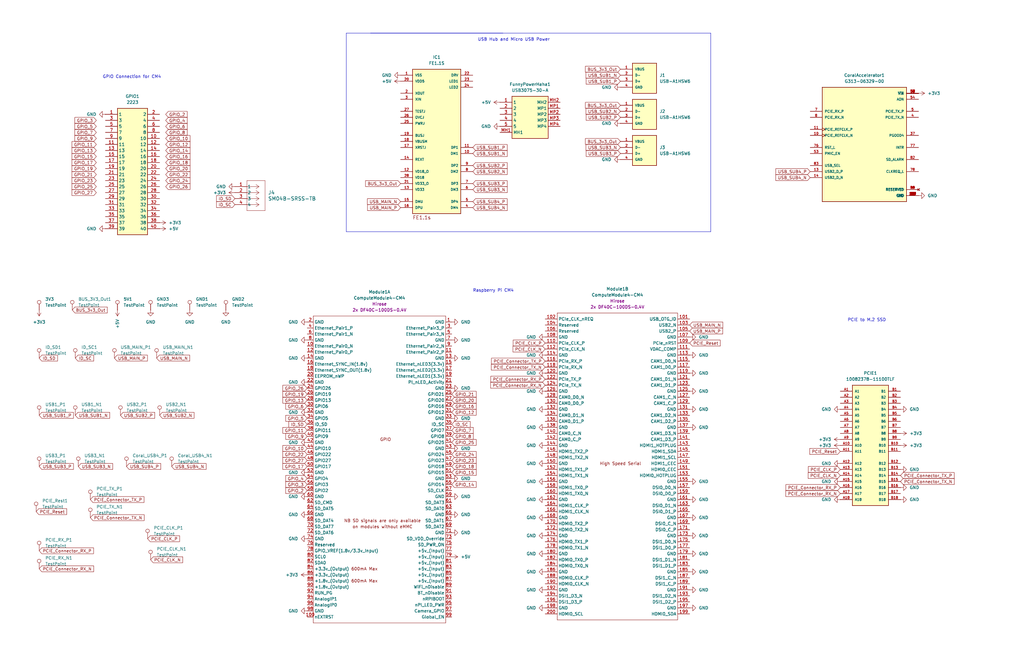
<source format=kicad_sch>
(kicad_sch (version 20231120) (generator "eeschema") (generator_version "8.0")
  (paper "B")
  (polyline (pts (xy 156.21 13.97) (xy 299.72 13.97)))
  (polyline (pts (xy 299.72 97.79) (xy 146.05 97.79)))
  (polyline (pts (xy 146.05 13.97) (xy 212.09 13.97)))
  (polyline (pts (xy 299.72 13.97) (xy 299.72 97.79)))
  (polyline (pts (xy 146.05 97.79) (xy 146.05 13.97)))
  (text "USB Hub and Micro USB Power" (at 216.662 16.764 0) (effects (font (size 1.27 1.27))))
  (text "PCIE to M.2 SSD" (at 365.506 135.128 0) (effects (font (size 1.27 1.27))))
  (text "GPIO Connection for CM4\n" (at 55.626 32.512 0) (effects (font (size 1.27 1.27))))
  (text "Raspberry Pi CM4" (at 208.026 122.682 0) (effects (font (size 1.27 1.27))))
  (global_label "GPIO_11" (shape input) (at 40.64 60.96 180) (property "Intersheetrefs" "${INTERSHEET_REFS}" (effects (hide yes))))
  (global_label "GPIO_20" (shape input) (at 69.85 71.12 0) (property "Intersheetrefs" "${INTERSHEET_REFS}" (effects (hide yes))))
  (global_label "GPIO_7" (shape input) (at 190.5 181.61 0) (property "Intersheetrefs" "${INTERSHEET_REFS}" (effects (hide yes))))
  (global_label "GPIO_5" (shape input) (at 129.54 176.53 180) (property "Intersheetrefs" "${INTERSHEET_REFS}" (effects (hide yes))))
  (global_label "USB_SUB4_P" (shape input) (at 341.63 72.39 180) (property "Intersheetrefs" "${INTERSHEET_REFS}" (effects (hide yes))))
  (global_label "ID_SD" (shape input) (at 99.06 83.82 180) (property "Intersheetrefs" "${INTERSHEET_REFS}" (effects (hide yes))))
  (global_label "GPIO_11" (shape input) (at 129.54 181.61 180) (property "Intersheetrefs" "${INTERSHEET_REFS}" (effects (hide yes))))
  (global_label "USB_MAIN_P" (shape input) (at 168.91 87.63 180) (property "Intersheetrefs" "${INTERSHEET_REFS}" (effects (hide yes))))
  (global_label "USB_SUB2_P" (shape input) (at 261.62 49.53 180) (property "Intersheetrefs" "${INTERSHEET_REFS}" (effects (hide yes))))
  (global_label "GPIO_2" (shape input) (at 129.54 207.01 180) (property "Intersheetrefs" "${INTERSHEET_REFS}" (effects (hide yes))))
  (global_label "GPIO_23" (shape input) (at 190.5 194.31 0) (property "Intersheetrefs" "${INTERSHEET_REFS}" (effects (hide yes))))
  (global_label "GPIO_7" (shape input) (at 40.64 55.88 180) (property "Intersheetrefs" "${INTERSHEET_REFS}" (effects (hide yes))))
  (global_label "GPIO_15" (shape input) (at 40.64 66.04 180) (property "Intersheetrefs" "${INTERSHEET_REFS}" (effects (hide yes))))
  (global_label "GPIO_8" (shape input) (at 190.5 184.15 0) (property "Intersheetrefs" "${INTERSHEET_REFS}" (effects (hide yes))))
  (global_label "USB_SUB1_P" (shape input) (at 199.39 62.23 0) (property "Intersheetrefs" "${INTERSHEET_REFS}" (effects (hide yes))))
  (global_label "BUS_3v3_Out" (shape input) (at 30.48 130.81 0) (property "Intersheetrefs" "${INTERSHEET_REFS}" (effects (hide yes))))
  (global_label "GPIO_26" (shape input) (at 129.54 163.83 180) (property "Intersheetrefs" "${INTERSHEET_REFS}" (effects (hide yes))))
  (global_label "GPIO_12" (shape input) (at 190.5 173.99 0) (property "Intersheetrefs" "${INTERSHEET_REFS}" (effects (hide yes))))
  (global_label "USB_SUB4_P" (shape input) (at 53.34 196.85 0) (property "Intersheetrefs" "${INTERSHEET_REFS}" (effects (hide yes))))
  (global_label "GPIO_25" (shape input) (at 40.64 78.74 180) (property "Intersheetrefs" "${INTERSHEET_REFS}" (effects (hide yes))))
  (global_label "PCIE_Connector_TX_N" (shape input) (at 379.73 203.2 0) (property "Intersheetrefs" "${INTERSHEET_REFS}" (effects (hide yes))))
  (global_label "GPIO_24" (shape input) (at 190.5 191.77 0) (property "Intersheetrefs" "${INTERSHEET_REFS}" (effects (hide yes))))
  (global_label "GPIO_17" (shape input) (at 40.64 68.58 180) (property "Intersheetrefs" "${INTERSHEET_REFS}" (effects (hide yes))))
  (global_label "GPIO_14" (shape input) (at 69.85 63.5 0) (property "Intersheetrefs" "${INTERSHEET_REFS}" (effects (hide yes))))
  (global_label "GPIO_16" (shape input) (at 190.5 171.45 0) (property "Intersheetrefs" "${INTERSHEET_REFS}" (effects (hide yes))))
  (global_label "USB_SUB3_N" (shape input) (at 199.39 80.01 0) (property "Intersheetrefs" "${INTERSHEET_REFS}" (effects (hide yes))))
  (global_label "PCIE_Connector_RX_P" (shape input) (at 229.87 160.02 180) (property "Intersheetrefs" "${INTERSHEET_REFS}" (effects (hide yes))))
  (global_label "USB_SUB2_N" (shape input) (at 67.31 175.26 0) (property "Intersheetrefs" "${INTERSHEET_REFS}" (effects (hide yes))))
  (global_label "BUS_3v3_Out" (shape input) (at 261.62 44.45 180) (property "Intersheetrefs" "${INTERSHEET_REFS}" (effects (hide yes))))
  (global_label "GPIO_12" (shape input) (at 69.85 60.96 0) (property "Intersheetrefs" "${INTERSHEET_REFS}" (effects (hide yes))))
  (global_label "USB_SUB2_N" (shape input) (at 261.62 46.99 180) (property "Intersheetrefs" "${INTERSHEET_REFS}" (effects (hide yes))))
  (global_label "ID_SC" (shape input) (at 31.75 151.13 0) (property "Intersheetrefs" "${INTERSHEET_REFS}" (effects (hide yes))))
  (global_label "GPIO_13" (shape input) (at 129.54 168.91 180) (property "Intersheetrefs" "${INTERSHEET_REFS}" (effects (hide yes))))
  (global_label "USB_MAIN_P" (shape input) (at 290.83 139.7 0) (property "Intersheetrefs" "${INTERSHEET_REFS}" (effects (hide yes))))
  (global_label "PCIE_Connector_RX_P" (shape input) (at 16.51 232.41 0) (property "Intersheetrefs" "${INTERSHEET_REFS}" (effects (hide yes))))
  (global_label "USB_MAIN_N" (shape input) (at 290.83 137.16 0) (property "Intersheetrefs" "${INTERSHEET_REFS}" (effects (hide yes))))
  (global_label "USB_SUB3_P" (shape input) (at 261.62 64.77 180) (property "Intersheetrefs" "${INTERSHEET_REFS}" (effects (hide yes))))
  (global_label "USB_SUB3_N" (shape input) (at 33.02 196.85 0) (property "Intersheetrefs" "${INTERSHEET_REFS}" (effects (hide yes))))
  (global_label "USB_SUB3_P" (shape input) (at 16.51 196.85 0) (property "Intersheetrefs" "${INTERSHEET_REFS}" (effects (hide yes))))
  (global_label "PCIE_Connector_RX_N" (shape input) (at 16.51 240.03 0) (property "Intersheetrefs" "${INTERSHEET_REFS}" (effects (hide yes))))
  (global_label "GPIO_4" (shape input) (at 69.85 50.8 0) (property "Intersheetrefs" "${INTERSHEET_REFS}" (effects (hide yes))))
  (global_label "GPIO_4" (shape input) (at 129.54 201.93 180) (property "Intersheetrefs" "${INTERSHEET_REFS}" (effects (hide yes))))
  (global_label "GPIO_3" (shape input) (at 40.64 50.8 180) (property "Intersheetrefs" "${INTERSHEET_REFS}" (effects (hide yes))))
  (global_label "USB_SUB4_N" (shape input) (at 199.39 87.63 0) (property "Intersheetrefs" "${INTERSHEET_REFS}" (effects (hide yes))))
  (global_label "ID_SC" (shape input) (at 190.5 179.07 0) (property "Intersheetrefs" "${INTERSHEET_REFS}" (effects (hide yes))))
  (global_label "PCIE_Connector_TX_P" (shape input) (at 38.1 210.82 0) (property "Intersheetrefs" "${INTERSHEET_REFS}" (effects (hide yes))))
  (global_label "USB_SUB1_P" (shape input) (at 16.51 175.26 0) (property "Intersheetrefs" "${INTERSHEET_REFS}" (effects (hide yes))))
  (global_label "PCIE_CLK_N" (shape input) (at 229.87 147.32 180) (property "Intersheetrefs" "${INTERSHEET_REFS}" (effects (hide yes))))
  (global_label "GPIO_25" (shape input) (at 190.5 186.69 0) (property "Intersheetrefs" "${INTERSHEET_REFS}" (effects (hide yes))))
  (global_label "GPIO_18" (shape input) (at 69.85 68.58 0) (property "Intersheetrefs" "${INTERSHEET_REFS}" (effects (hide yes))))
  (global_label "PCIE_Connector_TX_N" (shape input) (at 229.87 154.94 180) (property "Intersheetrefs" "${INTERSHEET_REFS}" (effects (hide yes))))
  (global_label "USB_SUB4_N" (shape input) (at 341.63 74.93 180) (property "Intersheetrefs" "${INTERSHEET_REFS}" (effects (hide yes))))
  (global_label "GPIO_26" (shape input) (at 69.85 78.74 0) (property "Intersheetrefs" "${INTERSHEET_REFS}" (effects (hide yes))))
  (global_label "GPIO_5" (shape input) (at 40.64 53.34 180) (property "Intersheetrefs" "${INTERSHEET_REFS}" (effects (hide yes))))
  (global_label "GPIO_15" (shape input) (at 190.5 199.39 0) (property "Intersheetrefs" "${INTERSHEET_REFS}" (effects (hide yes))))
  (global_label "GPIO_24" (shape input) (at 69.85 76.2 0) (property "Intersheetrefs" "${INTERSHEET_REFS}" (effects (hide yes))))
  (global_label "USB_SUB1_N" (shape input) (at 199.39 64.77 0) (property "Intersheetrefs" "${INTERSHEET_REFS}" (effects (hide yes))))
  (global_label "GPIO_10" (shape input) (at 129.54 189.23 180) (property "Intersheetrefs" "${INTERSHEET_REFS}" (effects (hide yes))))
  (global_label "PCIE_Connector_TX_P" (shape input) (at 379.73 200.66 0) (property "Intersheetrefs" "${INTERSHEET_REFS}" (effects (hide yes))))
  (global_label "PCIE_Connector_RX_N" (shape input) (at 229.87 162.56 180) (property "Intersheetrefs" "${INTERSHEET_REFS}" (effects (hide yes))))
  (global_label "GPIO_22" (shape input) (at 129.54 191.77 180) (property "Intersheetrefs" "${INTERSHEET_REFS}" (effects (hide yes))))
  (global_label "USB_MAIN_P" (shape input) (at 48.26 151.13 0) (property "Intersheetrefs" "${INTERSHEET_REFS}" (effects (hide yes))))
  (global_label "GPIO_23" (shape input) (at 40.64 76.2 180) (property "Intersheetrefs" "${INTERSHEET_REFS}" (effects (hide yes))))
  (global_label "USB_MAIN_N" (shape input) (at 66.04 151.13 0) (property "Intersheetrefs" "${INTERSHEET_REFS}" (effects (hide yes))))
  (global_label "GPIO_19" (shape input) (at 129.54 166.37 180) (property "Intersheetrefs" "${INTERSHEET_REFS}" (effects (hide yes))))
  (global_label "PCIE_CLK_P" (shape input) (at 62.23 227.33 0) (property "Intersheetrefs" "${INTERSHEET_REFS}" (effects (hide yes))))
  (global_label "BUS_3v3_Out" (shape input) (at 168.91 77.47 180) (property "Intersheetrefs" "${INTERSHEET_REFS}" (effects (hide yes))))
  (global_label "GPIO_20" (shape input) (at 190.5 168.91 0) (property "Intersheetrefs" "${INTERSHEET_REFS}" (effects (hide yes))))
  (global_label "USB_SUB3_N" (shape input) (at 261.62 62.23 180) (property "Intersheetrefs" "${INTERSHEET_REFS}" (effects (hide yes))))
  (global_label "PCIE_Reset" (shape input) (at 15.24 215.9 0) (property "Intersheetrefs" "${INTERSHEET_REFS}" (effects (hide yes))))
  (global_label "GPIO_3" (shape input) (at 129.54 204.47 180) (property "Intersheetrefs" "${INTERSHEET_REFS}" (effects (hide yes))))
  (global_label "GPIO_9" (shape input) (at 129.54 184.15 180) (property "Intersheetrefs" "${INTERSHEET_REFS}" (effects (hide yes))))
  (global_label "GPIO_14" (shape input) (at 190.5 204.47 0) (property "Intersheetrefs" "${INTERSHEET_REFS}" (effects (hide yes))))
  (global_label "USB_SUB3_P" (shape input) (at 199.39 77.47 0) (property "Intersheetrefs" "${INTERSHEET_REFS}" (effects (hide yes))))
  (global_label "USB_SUB1_N" (shape input) (at 31.75 175.26 0) (property "Intersheetrefs" "${INTERSHEET_REFS}" (effects (hide yes))))
  (global_label "PCIE_CLK_N" (shape input) (at 63.5 236.22 0) (property "Intersheetrefs" "${INTERSHEET_REFS}" (effects (hide yes))))
  (global_label "BUS_3v3_Out" (shape input) (at 261.62 29.21 180) (property "Intersheetrefs" "${INTERSHEET_REFS}" (effects (hide yes))))
  (global_label "GPIO_27" (shape input) (at 129.54 194.31 180) (property "Intersheetrefs" "${INTERSHEET_REFS}" (effects (hide yes))))
  (global_label "GPIO_21" (shape input) (at 40.64 73.66 180) (property "Intersheetrefs" "${INTERSHEET_REFS}" (effects (hide yes))))
  (global_label "USB_SUB4_P" (shape input) (at 199.39 85.09 0) (property "Intersheetrefs" "${INTERSHEET_REFS}" (effects (hide yes))))
  (global_label "USB_SUB4_N" (shape input) (at 72.39 196.85 0) (property "Intersheetrefs" "${INTERSHEET_REFS}" (effects (hide yes))))
  (global_label "USB_SUB1_N" (shape input) (at 261.62 31.75 180) (property "Intersheetrefs" "${INTERSHEET_REFS}" (effects (hide yes))))
  (global_label "PCIE_Connector_TX_P" (shape input) (at 229.87 152.4 180) (property "Intersheetrefs" "${INTERSHEET_REFS}" (effects (hide yes))))
  (global_label "GPIO_21" (shape input) (at 190.5 166.37 0) (property "Intersheetrefs" "${INTERSHEET_REFS}" (effects (hide yes))))
  (global_label "GPIO_2" (shape input) (at 69.85 48.26 0) (property "Intersheetrefs" "${INTERSHEET_REFS}" (effects (hide yes))))
  (global_label "GPIO_17" (shape input) (at 129.54 196.85 180) (property "Intersheetrefs" "${INTERSHEET_REFS}" (effects (hide yes))))
  (global_label "GPIO_6" (shape input) (at 69.85 53.34 0) (property "Intersheetrefs" "${INTERSHEET_REFS}" (effects (hide yes))))
  (global_label "USB_MAIN_N" (shape input) (at 168.91 85.09 180) (property "Intersheetrefs" "${INTERSHEET_REFS}" (effects (hide yes))))
  (global_label "USB_SUB1_P" (shape input) (at 261.62 34.29 180) (property "Intersheetrefs" "${INTERSHEET_REFS}" (effects (hide yes))))
  (global_label "GPIO_13" (shape input) (at 40.64 63.5 180) (property "Intersheetrefs" "${INTERSHEET_REFS}" (effects (hide yes))))
  (global_label "USB_SUB2_P" (shape input) (at 50.8 175.26 0) (property "Intersheetrefs" "${INTERSHEET_REFS}" (effects (hide yes))))
  (global_label "ID_SD" (shape input) (at 16.51 151.13 0) (property "Intersheetrefs" "${INTERSHEET_REFS}" (effects (hide yes))))
  (global_label "PCIE_CLK_N" (shape input) (at 354.33 200.66 180) (property "Intersheetrefs" "${INTERSHEET_REFS}" (effects (hide yes))))
  (global_label "PCIE_Connector_RX_P" (shape input) (at 354.33 205.74 180) (property "Intersheetrefs" "${INTERSHEET_REFS}" (effects (hide yes))))
  (global_label "BUS_3v3_Out" (shape input) (at 261.62 59.69 180) (property "Intersheetrefs" "${INTERSHEET_REFS}" (effects (hide yes))))
  (global_label "GPIO_27" (shape input) (at 40.64 81.28 180) (property "Intersheetrefs" "${INTERSHEET_REFS}" (effects (hide yes))))
  (global_label "GPIO_18" (shape input) (at 190.5 196.85 0) (property "Intersheetrefs" "${INTERSHEET_REFS}" (effects (hide yes))))
  (global_label "PCIE_CLK_P" (shape input) (at 354.33 198.12 180) (property "Intersheetrefs" "${INTERSHEET_REFS}" (effects (hide yes))))
  (global_label "GPIO_22" (shape input) (at 69.85 73.66 0) (property "Intersheetrefs" "${INTERSHEET_REFS}" (effects (hide yes))))
  (global_label "USB_SUB2_N" (shape input) (at 199.39 72.39 0) (property "Intersheetrefs" "${INTERSHEET_REFS}" (effects (hide yes))))
  (global_label "GPIO_19" (shape input) (at 40.64 71.12 180) (property "Intersheetrefs" "${INTERSHEET_REFS}" (effects (hide yes))))
  (global_label "GPIO_9" (shape input) (at 40.64 58.42 180) (property "Intersheetrefs" "${INTERSHEET_REFS}" (effects (hide yes))))
  (global_label "GPIO_16" (shape input) (at 69.85 66.04 0) (property "Intersheetrefs" "${INTERSHEET_REFS}" (effects (hide yes))))
  (global_label "GPIO_6" (shape input) (at 129.54 171.45 180) (property "Intersheetrefs" "${INTERSHEET_REFS}" (effects (hide yes))))
  (global_label "USB_SUB2_P" (shape input) (at 199.39 69.85 0) (property "Intersheetrefs" "${INTERSHEET_REFS}" (effects (hide yes))))
  (global_label "PCIE_CLK_P" (shape input) (at 229.87 144.78 180) (property "Intersheetrefs" "${INTERSHEET_REFS}" (effects (hide yes))))
  (global_label "PCIE_Reset" (shape input) (at 290.83 144.78 0) (property "Intersheetrefs" "${INTERSHEET_REFS}" (effects (hide yes))))
  (global_label "PCIE_Connector_TX_N" (shape input) (at 38.1 218.44 0) (property "Intersheetrefs" "${INTERSHEET_REFS}" (effects (hide yes))))
  (global_label "ID_SD" (shape input) (at 129.54 179.07 180) (property "Intersheetrefs" "${INTERSHEET_REFS}" (effects (hide yes))))
  (global_label "GPIO_10" (shape input) (at 69.85 58.42 0) (property "Intersheetrefs" "${INTERSHEET_REFS}" (effects (hide yes))))
  (global_label "GPIO_8" (shape input) (at 69.85 55.88 0) (property "Intersheetrefs" "${INTERSHEET_REFS}" (effects (hide yes))))
  (global_label "PCIE_Reset" (shape input) (at 354.33 190.5 180) (property "Intersheetrefs" "${INTERSHEET_REFS}" (effects (hide yes))))
  (global_label "ID_SC" (shape input) (at 99.06 86.36 180) (property "Intersheetrefs" "${INTERSHEET_REFS}" (effects (hide yes))))
  (global_label "PCIE_Connector_RX_N" (shape input) (at 354.33 208.28 180) (property "Intersheetrefs" "${INTERSHEET_REFS}" (effects (hide yes))))
  (symbol (lib_id "power:GND") (at 261.62 36.83 270) (unit 1)
    (property "Reference" "#PWR02" (effects (hide yes)))
    (property "Value" "GND" (at 257.81 36.8299 90) (effects (justify right)))
    (property "Description" "Power symbol creates a global label with name \"GND\" , ground" (effects (hide yes)))
  )
  (symbol (lib_id "Connector:TestPoint") (at 16.51 196.85 0) (unit 1)
    (property "Reference" "USB3_P1" (at 19.05 192.2779 0) (effects (justify left)))
    (property "Value" "TestPoint" (at 19.05 194.8179 0) (effects (justify left)))
    (property "Footprint" "TestPoint:TestPoint_Loop_D1.80mm_Drill1.0mm_Beaded" (effects (hide yes)))
    (property "Description" "test point" (effects (hide yes)))
  )
  (symbol (lib_id "power:GND") (at 229.87 226.06 270) (unit 1)
    (property "Reference" "#PWR019" (effects (hide yes)))
    (property "Value" "GND" (at 226.06 226.0599 90) (effects (justify right)))
    (property "Description" "Power symbol creates a global label with name \"GND\" , ground" (effects (hide yes)))
  )
  (symbol (lib_id "power:GND") (at 99.06 78.74 270) (unit 1)
    (property "Reference" "#PWR074" (effects (hide yes)))
    (property "Value" "GND" (at 95.25 78.7399 90) (effects (justify right)))
    (property "Description" "Power symbol creates a global label with name \"GND\" , ground" (effects (hide yes)))
  )
  (symbol (lib_id "power:+5V") (at 49.53 130.81 180) (unit 1)
    (property "Reference" "#PWR077" (effects (hide yes)))
    (property "Value" "+5V" (at 49.5299 134.62 90) (effects (justify left)))
    (property "Description" "Power symbol creates a global label with name \"+5V\"" (effects (hide yes)))
  )
  (symbol (lib_id "power:GND") (at 229.87 241.3 270) (unit 1)
    (property "Reference" "#PWR017" (effects (hide yes)))
    (property "Value" "GND" (at 226.06 241.2999 90) (effects (justify right)))
    (property "Description" "Power symbol creates a global label with name \"GND\" , ground" (effects (hide yes)))
  )
  (symbol (lib_id "power:GND") (at 229.87 248.92 270) (unit 1)
    (property "Reference" "#PWR016" (effects (hide yes)))
    (property "Value" "GND" (at 226.06 248.9199 90) (effects (justify right)))
    (property "Description" "Power symbol creates a global label with name \"GND\" , ground" (effects (hide yes)))
  )
  (symbol (lib_id "power:GND") (at 229.87 187.96 270) (unit 1)
    (property "Reference" "#PWR024" (effects (hide yes)))
    (property "Value" "GND" (at 226.06 187.9599 90) (effects (justify right)))
    (property "Description" "Power symbol creates a global label with name \"GND\" , ground" (effects (hide yes)))
  )
  (symbol (lib_id "power:GND") (at 354.33 203.2 270) (unit 1)
    (property "Reference" "#PWR064" (effects (hide yes)))
    (property "Value" "GND" (at 350.52 203.1999 90) (effects (justify right)))
    (property "Description" "Power symbol creates a global label with name \"GND\" , ground" (effects (hide yes)))
  )
  (symbol (lib_id "Connector:TestPoint") (at 16.51 130.81 0) (unit 1)
    (property "Reference" "3V3" (at 19.05 126.2379 0) (effects (justify left)))
    (property "Value" "TestPoint" (at 19.05 128.7779 0) (effects (justify left)))
    (property "Footprint" "TestPoint:TestPoint_Loop_D1.80mm_Drill1.0mm_Beaded" (effects (hide yes)))
    (property "Description" "test point" (effects (hide yes)))
  )
  (symbol (lib_id "power:GND") (at 129.54 209.55 270) (unit 1)
    (property "Reference" "#PWR044" (effects (hide yes)))
    (property "Value" "GND" (at 125.73 209.5499 90) (effects (justify right)))
    (property "Description" "Power symbol creates a global label with name \"GND\" , ground" (effects (hide yes)))
  )
  (symbol (lib_id "SeniorDesign_GPIO_Stacking_Header:2223") (at 44.45 48.26 0) (unit 1)
    (property "Reference" "GPIO1" (at 55.88 40.64 0))
    (property "Value" "2223" (at 55.88 43.18 0))
    (property "Footprint" "SeniorDesign_GPIO_Stacking_Header_F:RHDR40W64P254X254_2X20_5105X500X865P" (effects (hide yes)))
    (property "Datasheet" "https://cdn-shop.adafruit.com/product-files/2223/18507.pdf" (effects (hide yes)))
    (property "Description" "ADAFRUIT - 2223 - 40-Pin Pi GPIO Stacking Header - Extra Long Legs" (effects (hide yes)))
    (property "Height" "8.65" (effects (hide yes)))
    (property "Manufacturer_Name" "Adafruit" (effects (hide yes)))
    (property "Manufacturer_Part_Number" "2223" (effects (hide yes)))
    (property "Arrow Part Number" "2223" (effects (hide yes)))
    (property "Arrow Price/Stock" "https://www.arrow.com/en/products/2223/adafruit-industries?region=nac" (effects (hide yes)))
  )
  (symbol (lib_id "Connector:TestPoint") (at 38.1 210.82 0) (unit 1)
    (property "Reference" "PCIE_TX_P1" (at 40.64 206.2479 0) (effects (justify left)))
    (property "Value" "TestPoint" (at 40.64 208.7879 0) (effects (justify left)))
    (property "Footprint" "TestPoint:TestPoint_Loop_D1.80mm_Drill1.0mm_Beaded" (effects (hide yes)))
    (property "Description" "test point" (effects (hide yes)))
  )
  (symbol (lib_id "power:GND") (at 379.73 210.82 90) (unit 1)
    (property "Reference" "#PWR066" (effects (hide yes)))
    (property "Value" "GND" (at 383.54 210.8199 90) (effects (justify right)))
    (property "Description" "Power symbol creates a global label with name \"GND\" , ground" (effects (hide yes)))
  )
  (symbol (lib_id "power:GND") (at 379.73 205.74 90) (unit 1)
    (property "Reference" "#PWR065" (effects (hide yes)))
    (property "Value" "GND" (at 383.54 205.7399 90) (effects (justify right)))
    (property "Description" "Power symbol creates a global label with name \"GND\" , ground" (effects (hide yes)))
  )
  (symbol (lib_id "Connector:TestPoint") (at 16.51 232.41 0) (unit 1)
    (property "Reference" "PCIE_RX_P1" (at 19.05 227.8379 0) (effects (justify left)))
    (property "Value" "TestPoint" (at 19.05 230.3779 0) (effects (justify left)))
    (property "Footprint" "TestPoint:TestPoint_Loop_D1.80mm_Drill1.0mm_Beaded" (effects (hide yes)))
    (property "Description" "test point" (effects (hide yes)))
  )
  (symbol (lib_id "power:+3V3") (at 387.35 39.37 270) (unit 1)
    (property "Reference" "#PWR073" (effects (hide yes)))
    (property "Value" "+3V3" (at 391.16 39.3699 90) (effects (justify left)))
    (property "Description" "Power symbol creates a global label with name \"+3V3\"" (effects (hide yes)))
  )
  (symbol (lib_id "power:GND") (at 129.54 217.17 270) (unit 1)
    (property "Reference" "#PWR043" (effects (hide yes)))
    (property "Value" "GND" (at 125.73 217.1699 90) (effects (justify right)))
    (property "Description" "Power symbol creates a global label with name \"GND\" , ground" (effects (hide yes)))
  )
  (symbol (lib_id "power:GND") (at 387.35 82.55 90) (unit 1)
    (property "Reference" "#PWR056" (effects (hide yes)))
    (property "Value" "GND" (at 391.16 82.5499 90) (effects (justify right)))
    (property "Description" "Power symbol creates a global label with name \"GND\" , ground" (effects (hide yes)))
  )
  (symbol (lib_id "Connector:TestPoint") (at 95.25 130.81 0) (unit 1)
    (property "Reference" "GND2" (at 97.79 126.2379 0) (effects (justify left)))
    (property "Value" "TestPoint" (at 97.79 128.7779 0) (effects (justify left)))
    (property "Footprint" "TestPoint:TestPoint_Loop_D1.80mm_Drill1.0mm_Beaded" (effects (hide yes)))
    (property "Description" "test point" (effects (hide yes)))
  )
  (symbol (lib_id "power:GND") (at 290.83 142.24 90) (unit 1)
    (property "Reference" "#PWR01" (effects (hide yes)))
    (property "Value" "GND" (at 294.64 142.2399 90) (effects (justify right)))
    (property "Description" "Power symbol creates a global label with name \"GND\" , ground" (effects (hide yes)))
  )
  (symbol (lib_id "power:GND") (at 290.83 256.54 90) (unit 1)
    (property "Reference" "#PWR014" (effects (hide yes)))
    (property "Value" "GND" (at 294.64 256.5399 90) (effects (justify right)))
    (property "Description" "Power symbol creates a global label with name \"GND\" , ground" (effects (hide yes)))
  )
  (symbol (lib_id "power:GND") (at 229.87 180.34 270) (unit 1)
    (property "Reference" "#PWR025" (effects (hide yes)))
    (property "Value" "GND" (at 226.06 180.3399 90) (effects (justify right)))
    (property "Description" "Power symbol creates a global label with name \"GND\" , ground" (effects (hide yes)))
  )
  (symbol (lib_id "power:GND") (at 290.83 165.1 90) (unit 1)
    (property "Reference" "#PWR04" (effects (hide yes)))
    (property "Value" "GND" (at 294.64 165.0999 90) (effects (justify right)))
    (property "Description" "Power symbol creates a global label with name \"GND\" , ground" (effects (hide yes)))
  )
  (symbol (lib_id "power:GND") (at 129.54 257.81 270) (unit 1)
    (property "Reference" "#PWR041" (effects (hide yes)))
    (property "Value" "GND" (at 125.73 257.8099 90) (effects (justify right)))
    (property "Description" "Power symbol creates a global label with name \"GND\" , ground" (effects (hide yes)))
  )
  (symbol (lib_id "power:GND") (at 229.87 149.86 270) (unit 1)
    (property "Reference" "#PWR029" (effects (hide yes)))
    (property "Value" "GND" (at 226.06 149.8599 90) (effects (justify right)))
    (property "Description" "Power symbol creates a global label with name \"GND\" , ground" (effects (hide yes)))
  )
  (symbol (lib_id "Connector:TestPoint") (at 16.51 151.13 0) (unit 1)
    (property "Reference" "ID_SD1" (at 19.05 146.5579 0) (effects (justify left)))
    (property "Value" "TestPoint" (at 19.05 149.0979 0) (effects (justify left)))
    (property "Footprint" "TestPoint:TestPoint_Loop_D1.80mm_Drill1.0mm_Beaded" (effects (hide yes)))
    (property "Description" "test point" (effects (hide yes)))
  )
  (symbol (lib_id "power:GND") (at 379.73 172.72 90) (unit 1)
    (property "Reference" "#PWR060" (effects (hide yes)))
    (property "Value" "GND" (at 383.54 172.7199 90) (effects (justify right)))
    (property "Description" "Power symbol creates a global label with name \"GND\" , ground" (effects (hide yes)))
  )
  (symbol (lib_id "power:GND") (at 229.87 195.58 270) (unit 1)
    (property "Reference" "#PWR023" (effects (hide yes)))
    (property "Value" "GND" (at 226.06 195.5799 90) (effects (justify right)))
    (property "Description" "Power symbol creates a global label with name \"GND\" , ground" (effects (hide yes)))
  )
  (symbol (lib_id "Connector:TestPoint") (at 67.31 175.26 0) (unit 1)
    (property "Reference" "USB2_N1" (at 69.85 170.6879 0) (effects (justify left)))
    (property "Value" "TestPoint" (at 69.85 173.2279 0) (effects (justify left)))
    (property "Footprint" "TestPoint:TestPoint_Loop_D1.80mm_Drill1.0mm_Beaded" (effects (hide yes)))
    (property "Description" "test point" (effects (hide yes)))
  )
  (symbol (lib_id "Connector:TestPoint") (at 48.26 151.13 0) (unit 1)
    (property "Reference" "USB_MAIN_P1" (at 50.8 146.5579 0) (effects (justify left)))
    (property "Value" "TestPoint" (at 50.8 149.0979 0) (effects (justify left)))
    (property "Footprint" "TestPoint:TestPoint_Loop_D1.80mm_Drill1.0mm_Beaded" (effects (hide yes)))
    (property "Description" "test point" (effects (hide yes)))
  )
  (symbol (lib_id "power:GND") (at 354.33 172.72 270) (unit 1)
    (property "Reference" "#PWR061" (effects (hide yes)))
    (property "Value" "GND" (at 350.52 172.7199 90) (effects (justify right)))
    (property "Description" "Power symbol creates a global label with name \"GND\" , ground" (effects (hide yes)))
  )
  (symbol (lib_id "power:GND") (at 261.62 52.07 270) (unit 1)
    (property "Reference" "#PWR054" (effects (hide yes)))
    (property "Value" "GND" (at 257.81 52.0699 90) (effects (justify right)))
    (property "Description" "Power symbol creates a global label with name \"GND\" , ground" (effects (hide yes)))
  )
  (symbol (lib_id "power:GND") (at 44.45 96.52 270) (unit 1)
    (property "Reference" "#PWR053" (effects (hide yes)))
    (property "Value" "GND" (at 40.64 96.5199 90) (effects (justify right)))
    (property "Description" "Power symbol creates a global label with name \"GND\" , ground" (effects (hide yes)))
  )
  (symbol (lib_id "power:GND") (at 229.87 210.82 270) (unit 1)
    (property "Reference" "#PWR021" (effects (hide yes)))
    (property "Value" "GND" (at 226.06 210.8199 90) (effects (justify right)))
    (property "Description" "Power symbol creates a global label with name \"GND\" , ground" (effects (hide yes)))
  )
  (symbol (lib_id "power:GND") (at 290.83 248.92 90) (unit 1)
    (property "Reference" "#PWR013" (effects (hide yes)))
    (property "Value" "GND" (at 294.64 248.9199 90) (effects (justify right)))
    (property "Description" "Power symbol creates a global label with name \"GND\" , ground" (effects (hide yes)))
  )
  (symbol (lib_id "power:+3V3") (at 67.31 93.98 270) (unit 1)
    (property "Reference" "#PWR080" (effects (hide yes)))
    (property "Value" "+3V3" (at 71.12 93.9799 90) (effects (justify left)))
    (property "Description" "Power symbol creates a global label with name \"+3V3\"" (effects (hide yes)))
  )
  (symbol (lib_id "power:+5V") (at 67.31 96.52 270) (unit 1)
    (property "Reference" "#PWR078" (effects (hide yes)))
    (property "Value" "+5V" (at 71.12 96.5201 90) (effects (justify left)))
    (property "Description" "Power symbol creates a global label with name \"+5V\"" (effects (hide yes)))
  )
  (symbol (lib_id "power:GND") (at 190.5 209.55 90) (unit 1)
    (property "Reference" "#PWR039" (effects (hide yes)))
    (property "Value" "GND" (at 194.31 209.5499 90) (effects (justify right)))
    (property "Description" "Power symbol creates a global label with name \"GND\" , ground" (effects (hide yes)))
  )
  (symbol (lib_id "power:+3V3") (at 354.33 185.42 90) (unit 1)
    (property "Reference" "#PWR069" (effects (hide yes)))
    (property "Value" "+3V3" (at 350.52 185.4199 90) (effects (justify left)))
    (property "Description" "Power symbol creates a global label with name \"+3V3\"" (effects (hide yes)))
  )
  (symbol (lib_id "power:GND") (at 190.5 217.17 90) (unit 1)
    (property "Reference" "#PWR038" (effects (hide yes)))
    (property "Value" "GND" (at 194.31 217.1699 90) (effects (justify right)))
    (property "Description" "Power symbol creates a global label with name \"GND\" , ground" (effects (hide yes)))
  )
  (symbol (lib_id "power:GND") (at 190.5 176.53 90) (unit 1)
    (property "Reference" "#PWR035" (effects (hide yes)))
    (property "Value" "GND" (at 194.31 176.5299 90) (effects (justify right)))
    (property "Description" "Power symbol creates a global label with name \"GND\" , ground" (effects (hide yes)))
  )
  (symbol (lib_id "power:GND") (at 210.82 53.34 270) (unit 1)
    (property "Reference" "#PWR059" (effects (hide yes)))
    (property "Value" "GND" (at 207.01 53.3399 90) (effects (justify right)))
    (property "Description" "Power symbol creates a global label with name \"GND\" , ground" (effects (hide yes)))
  )
  (symbol (lib_id "power:+5V") (at 190.5 234.95 270) (unit 1)
    (property "Reference" "#PWR058" (effects (hide yes)))
    (property "Value" "+5V" (at 194.31 234.9501 90) (effects (justify left)))
    (property "Description" "Power symbol creates a global label with name \"+5V\"" (effects (hide yes)))
  )
  (symbol (lib_id "SeniorDesign_Compute_Module:ComputeModule4-CM4") (at 120.65 195.58 0) (unit 2)
    (property "Reference" "Module1" (at 260.35 121.92 0))
    (property "Value" "ComputeModule4-CM4" (at 260.35 124.46 0))
    (property "Footprint" "SeniorDesign_CM4IO:Raspberry-Pi-4-Compute-Module" (effects (hide yes)))
    (property "Field4" "Hirose" (at 260.35 127 0))
    (property "Field5" "2x DF40C-100DS-0.4V" (at 260.35 129.54 0))
  )
  (symbol (lib_id "Connector:TestPoint") (at 33.02 196.85 0) (unit 1)
    (property "Reference" "USB3_N1" (at 35.56 192.2779 0) (effects (justify left)))
    (property "Value" "TestPoint" (at 35.56 194.8179 0) (effects (justify left)))
    (property "Footprint" "TestPoint:TestPoint_Loop_D1.80mm_Drill1.0mm_Beaded" (effects (hide yes)))
    (property "Description" "test point" (effects (hide yes)))
  )
  (symbol (lib_id "power:GND") (at 129.54 161.29 270) (unit 1)
    (property "Reference" "#PWR048" (effects (hide yes)))
    (property "Value" "GND" (at 125.73 161.2899 90) (effects (justify right)))
    (property "Description" "Power symbol creates a global label with name \"GND\" , ground" (effects (hide yes)))
  )
  (symbol (lib_id "power:GND") (at 229.87 203.2 270) (unit 1)
    (property "Reference" "#PWR022" (effects (hide yes)))
    (property "Value" "GND" (at 226.06 203.1999 90) (effects (justify right)))
    (property "Description" "Power symbol creates a global label with name \"GND\" , ground" (effects (hide yes)))
  )
  (symbol (lib_id "power:GND") (at 190.5 224.79 90) (unit 1)
    (property "Reference" "#PWR037" (effects (hide yes)))
    (property "Value" "GND" (at 194.31 224.7899 90) (effects (justify right)))
    (property "Description" "Power symbol creates a global label with name \"GND\" , ground" (effects (hide yes)))
  )
  (symbol (lib_id "power:GND") (at 290.83 233.68 90) (unit 1)
    (property "Reference" "#PWR011" (effects (hide yes)))
    (property "Value" "GND" (at 294.64 233.6799 90) (effects (justify right)))
    (property "Description" "Power symbol creates a global label with name \"GND\" , ground" (effects (hide yes)))
  )
  (symbol (lib_id "Connector:TestPoint") (at 31.75 175.26 0) (unit 1)
    (property "Reference" "USB1_N1" (at 34.29 170.6879 0) (effects (justify left)))
    (property "Value" "TestPoint" (at 34.29 173.2279 0) (effects (justify left)))
    (property "Footprint" "TestPoint:TestPoint_Loop_D1.80mm_Drill1.0mm_Beaded" (effects (hide yes)))
    (property "Description" "test point" (effects (hide yes)))
  )
  (symbol (lib_id "power:GND") (at 229.87 233.68 270) (unit 1)
    (property "Reference" "#PWR018" (effects (hide yes)))
    (property "Value" "GND" (at 226.06 233.6799 90) (effects (justify right)))
    (property "Description" "Power symbol creates a global label with name \"GND\" , ground" (effects (hide yes)))
  )
  (symbol (lib_id "power:GND") (at 80.01 130.81 0) (unit 1)
    (property "Reference" "#PWR084" (effects (hide yes)))
    (property "Value" "GND" (at 80.01 135.89 0))
    (property "Description" "Power symbol creates a global label with name \"GND\" , ground" (effects (hide yes)))
  )
  (symbol (lib_id "power:GND") (at 290.83 210.82 90) (unit 1)
    (property "Reference" "#PWR08" (effects (hide yes)))
    (property "Value" "GND" (at 294.64 210.8199 90) (effects (justify right)))
    (property "Description" "Power symbol creates a global label with name \"GND\" , ground" (effects (hide yes)))
  )
  (symbol (lib_id "power:GND") (at 290.83 218.44 90) (unit 1)
    (property "Reference" "#PWR09" (effects (hide yes)))
    (property "Value" "GND" (at 294.64 218.4399 90) (effects (justify right)))
    (property "Description" "Power symbol creates a global label with name \"GND\" , ground" (effects (hide yes)))
  )
  (symbol (lib_id "power:GND") (at 190.5 189.23 90) (unit 1)
    (property "Reference" "#PWR036" (effects (hide yes)))
    (property "Value" "GND" (at 194.31 189.2299 90) (effects (justify right)))
    (property "Description" "Power symbol creates a global label with name \"GND\" , ground" (effects (hide yes)))
  )
  (symbol (lib_id "power:GND") (at 95.25 130.81 0) (unit 1)
    (property "Reference" "#PWR085" (effects (hide yes)))
    (property "Value" "GND" (at 95.25 135.89 0))
    (property "Description" "Power symbol creates a global label with name \"GND\" , ground" (effects (hide yes)))
  )
  (symbol (lib_id "Connector:TestPoint") (at 62.23 227.33 0) (unit 1)
    (property "Reference" "PCIE_CLK_P1" (at 64.77 222.7579 0) (effects (justify left)))
    (property "Value" "TestPoint" (at 64.77 225.2979 0) (effects (justify left)))
    (property "Footprint" "TestPoint:TestPoint_Loop_D1.80mm_Drill1.0mm_Beaded" (effects (hide yes)))
    (property "Description" "test point" (effects (hide yes)))
  )
  (symbol (lib_id "power:GND") (at 190.5 201.93 90) (unit 1)
    (property "Reference" "#PWR040" (effects (hide yes)))
    (property "Value" "GND" (at 194.31 201.9299 90) (effects (justify right)))
    (property "Description" "Power symbol creates a global label with name \"GND\" , ground" (effects (hide yes)))
  )
  (symbol (lib_id "SeniorDesign_USB-A1HSW6:USB-A1HSW6") (at 271.78 34.29 0) (unit 1)
    (property "Reference" "J1" (at 278.13 31.7499 0) (effects (justify left)))
    (property "Value" "USB-A1HSW6" (at 278.13 34.2899 0) (effects (justify left)))
    (property "Footprint" "SeniorDesign_USB-A1HSW6:OST_USB-A1HSW6" (effects (hide yes)))
    (property "MF" "On Shore" (effects (hide yes)))
    (property "MAXIMUM_PACKAGE_HEIGHT" "7.1 mm" (effects (hide yes)))
    (property "Package" "None" (effects (hide yes)))
    (property "Price" "None" (effects (hide yes)))
    (property "Check_prices" "https://www.snapeda.com/parts/USB-A1HSW6/On+Shore+Technology+Inc./view-part/?ref=eda" (effects (hide yes)))
    (property "STANDARD" "Manufacturer Recommendations" (effects (hide yes)))
    (property "PARTREV" "A" (effects (hide yes)))
    (property "SnapEDA_Link" "https://www.snapeda.com/parts/USB-A1HSW6/On+Shore+Technology+Inc./view-part/?ref=snap" (effects (hide yes)))
    (property "MP" "USB-A1HSW6" (effects (hide yes)))
    (property "Description_1" "\n                        \n                            USB-A (USB TYPE-A) - Receptacle Connector 4 Position Through Hole, Right Angle\n                        \n" (effects (hide yes)))
    (property "Availability" "In Stock" (effects (hide yes)))
    (property "MANUFACTURER" "On Shore" (effects (hide yes)))
  )
  (symbol (lib_id "Connector:TestPoint") (at 63.5 236.22 0) (unit 1)
    (property "Reference" "PCIE_CLK_N1" (at 66.04 231.6479 0) (effects (justify left)))
    (property "Value" "TestPoint" (at 66.04 234.1879 0) (effects (justify left)))
    (property "Footprint" "TestPoint:TestPoint_Loop_D1.80mm_Drill1.0mm_Beaded" (effects (hide yes)))
    (property "Description" "test point" (effects (hide yes)))
  )
  (symbol (lib_id "power:GND") (at 229.87 172.72 270) (unit 1)
    (property "Reference" "#PWR026" (effects (hide yes)))
    (property "Value" "GND" (at 226.06 172.7199 90) (effects (justify right)))
    (property "Description" "Power symbol creates a global label with name \"GND\" , ground" (effects (hide yes)))
  )
  (symbol (lib_id "power:GND") (at 168.91 31.75 270) (unit 1)
    (property "Reference" "#PWR079" (effects (hide yes)))
    (property "Value" "GND" (at 165.1 31.7499 90) (effects (justify right)))
    (property "Description" "Power symbol creates a global label with name \"GND\" , ground" (effects (hide yes)))
  )
  (symbol (lib_id "SeniorDesign_Qwiic_Flat:SM04B-SRSS-TB") (at 99.06 78.74 0) (unit 1)
    (property "Reference" "J4" (at 113.03 81.2799 0) (effects (font (size 1.524 1.524)) (justify left)))
    (property "Value" "SM04B-SRSS-TB" (at 113.03 83.8199 0) (effects (font (size 1.524 1.524)) (justify left)))
    (property "Footprint" "SeniorDesign_Qwiic_Flat:CONN_SM04B-SRSS-TB_JST" (effects (hide yes)))
    (property "Datasheet" "SM04B-SRSS-TB" (effects (hide yes)))
  )
  (symbol (lib_id "power:GND") (at 129.54 135.89 270) (unit 1)
    (property "Reference" "#PWR051" (effects (hide yes)))
    (property "Value" "GND" (at 125.73 135.8899 90) (effects (justify right)))
    (property "Description" "Power symbol creates a global label with name \"GND\" , ground" (effects (hide yes)))
  )
  (symbol (lib_id "SeniorDesign_USB_Micro:USB3075-30-A") (at 210.82 43.18 0) (unit 1)
    (property "Reference" "FunnyPowerHaha1" (at 223.52 35.56 0))
    (property "Value" "USB3075-30-A" (at 223.52 38.1 0))
    (property "Footprint" "SeniorDesign_USB_Micro:USB307530A" (effects (hide yes)))
    (property "Datasheet" "https://componentsearchengine.com/Datasheets/2/USB3075-30-A.pdf" (effects (hide yes)))
    (property "Description" "GCT (GLOBAL CONNECTOR TECHNOLOGY) - USB3075-30-A - USB Connector, Micro USB Type B, USB 2.0, Receptacle, 5 Ways, Surface Mount, Right Angle" (effects (hide yes)))
    (property "Height" "2.7" (effects (hide yes)))
    (property "Manufacturer_Name" "GCT (GLOBAL CONNECTOR TECHNOLOGY)" (effects (hide yes)))
    (property "Manufacturer_Part_Number" "USB3075-30-A" (effects (hide yes)))
  )
  (symbol (lib_id "power:+3V3") (at 354.33 187.96 90) (unit 1)
    (property "Reference" "#PWR068" (effects (hide yes)))
    (property "Value" "+3V3" (at 350.52 187.9599 90) (effects (justify left)))
    (property "Description" "Power symbol creates a global label with name \"+3V3\"" (effects (hide yes)))
  )
  (symbol (lib_id "power:GND") (at 129.54 199.39 270) (unit 1)
    (property "Reference" "#PWR045" (effects (hide yes)))
    (property "Value" "GND" (at 125.73 199.3899 90) (effects (justify right)))
    (property "Description" "Power symbol creates a global label with name \"GND\" , ground" (effects (hide yes)))
  )
  (symbol (lib_id "power:GND") (at 190.5 135.89 90) (unit 1)
    (property "Reference" "#PWR031" (effects (hide yes)))
    (property "Value" "GND" (at 194.31 135.8899 90) (effects (justify right)))
    (property "Description" "Power symbol creates a global label with name \"GND\" , ground" (effects (hide yes)))
  )
  (symbol (lib_id "power:GND") (at 129.54 143.51 270) (unit 1)
    (property "Reference" "#PWR050" (effects (hide yes)))
    (property "Value" "GND" (at 125.73 143.5099 90) (effects (justify right)))
    (property "Description" "Power symbol creates a global label with name \"GND\" , ground" (effects (hide yes)))
  )
  (symbol (lib_id "SeniorDesign_PCIE_Connector:10082378-11100TLF") (at 367.03 187.96 0) (unit 1)
    (property "Reference" "PCIE1" (at 367.03 157.48 0))
    (property "Value" "10082378-11100TLF" (at 367.03 160.02 0))
    (property "Footprint" "SeniorDesign_PCIEConnector:AMPHENOL_10082378-11100TLF" (effects (hide yes)))
    (property "MF" "Amphenol ICC (FCI)" (effects (hide yes)))
    (property "MAXIMUM_PACKAGE_HEIGHT" "11.25mm" (effects (hide yes)))
    (property "Package" "None" (effects (hide yes)))
    (property "Price" "None" (effects (hide yes)))
    (property "Check_prices" "https://www.snapeda.com/parts/10082378-11100TLF/Amphenol+FCI/view-part/?ref=eda" (effects (hide yes)))
    (property "STANDARD" "Manufacturer Recommendations" (effects (hide yes)))
    (property "PARTREV" "H" (effects (hide yes)))
    (property "SnapEDA_Link" "https://www.snapeda.com/parts/10082378-11100TLF/Amphenol+FCI/view-part/?ref=snap" (effects (hide yes)))
    (property "MP" "10082378-11100TLF" (effects (hide yes)))
    (property "Description_1" "\n                        \n                            PCI Express® GEN 3 Card Edge, Storage and Server Connector, Vertical, Press-Fit, x1, 36 Positions, 1.00mm (0.039in) Pitch\n                        \n" (effects (hide yes)))
    (property "Availability" "In Stock" (effects (hide yes)))
    (property "MANUFACTURER" "Amphenol" (effects (hide yes)))
  )
  (symbol (lib_id "Connector:TestPoint") (at 53.34 196.85 0) (unit 1)
    (property "Reference" "Coral_USB4_P1" (at 55.88 192.2779 0) (effects (justify left)))
    (property "Value" "TestPoint" (at 55.88 194.8179 0) (effects (justify left)))
    (property "Footprint" "TestPoint:TestPoint_Loop_D1.80mm_Drill1.0mm_Beaded" (effects (hide yes)))
    (property "Description" "test point" (effects (hide yes)))
  )
  (symbol (lib_id "SeniorDesign_USB-A1HSW6:USB-A1HSW6") (at 271.78 49.53 0) (unit 1)
    (property "Reference" "J2" (at 278.13 46.9899 0) (effects (justify left)))
    (property "Value" "USB-A1HSW6" (at 278.13 49.5299 0) (effects (justify left)))
    (property "Footprint" "SeniorDesign_USB-A1HSW6:OST_USB-A1HSW6" (effects (hide yes)))
    (property "MF" "On Shore" (effects (hide yes)))
    (property "MAXIMUM_PACKAGE_HEIGHT" "7.1 mm" (effects (hide yes)))
    (property "Package" "None" (effects (hide yes)))
    (property "Price" "None" (effects (hide yes)))
    (property "Check_prices" "https://www.snapeda.com/parts/USB-A1HSW6/On+Shore+Technology+Inc./view-part/?ref=eda" (effects (hide yes)))
    (property "STANDARD" "Manufacturer Recommendations" (effects (hide yes)))
    (property "PARTREV" "A" (effects (hide yes)))
    (property "SnapEDA_Link" "https://www.snapeda.com/parts/USB-A1HSW6/On+Shore+Technology+Inc./view-part/?ref=snap" (effects (hide yes)))
    (property "MP" "USB-A1HSW6" (effects (hide yes)))
    (property "Description_1" "\n                        \n                            USB-A (USB TYPE-A) - Receptacle Connector 4 Position Through Hole, Right Angle\n                        \n" (effects (hide yes)))
    (property "Availability" "In Stock" (effects (hide yes)))
    (property "MANUFACTURER" "On Shore" (effects (hide yes)))
  )
  (symbol (lib_id "power:GND") (at 190.5 151.13 90) (unit 1)
    (property "Reference" "#PWR032" (effects (hide yes)))
    (property "Value" "GND" (at 194.31 151.1299 90) (effects (justify right)))
    (property "Description" "Power symbol creates a global label with name \"GND\" , ground" (effects (hide yes)))
  )
  (symbol (lib_id "power:GND") (at 229.87 165.1 270) (unit 1)
    (property "Reference" "#PWR027" (effects (hide yes)))
    (property "Value" "GND" (at 226.06 165.0999 90) (effects (justify right)))
    (property "Description" "Power symbol creates a global label with name \"GND\" , ground" (effects (hide yes)))
  )
  (symbol (lib_id "Connector:TestPoint") (at 49.53 130.81 0) (unit 1)
    (property "Reference" "5V1" (at 52.07 126.2379 0) (effects (justify left)))
    (property "Value" "TestPoint" (at 52.07 128.7779 0) (effects (justify left)))
    (property "Footprint" "TestPoint:TestPoint_Loop_D1.80mm_Drill1.0mm_Beaded" (effects (hide yes)))
    (property "Description" "test point" (effects (hide yes)))
  )
  (symbol (lib_id "Connector:TestPoint") (at 50.8 175.26 0) (unit 1)
    (property "Reference" "USB2_P1" (at 53.34 170.6879 0) (effects (justify left)))
    (property "Value" "TestPoint" (at 53.34 173.2279 0) (effects (justify left)))
    (property "Footprint" "TestPoint:TestPoint_Loop_D1.80mm_Drill1.0mm_Beaded" (effects (hide yes)))
    (property "Description" "test point" (effects (hide yes)))
  )
  (symbol (lib_id "power:GND") (at 354.33 210.82 270) (unit 1)
    (property "Reference" "#PWR067" (effects (hide yes)))
    (property "Value" "GND" (at 350.52 210.8199 90) (effects (justify right)))
    (property "Description" "Power symbol creates a global label with name \"GND\" , ground" (effects (hide yes)))
  )
  (symbol (lib_id "SeniorDesign_Compute_Module:ComputeModule4-CM4") (at 162.56 191.77 0) (unit 1)
    (property "Reference" "Module1" (at 160.02 123.19 0))
    (property "Value" "ComputeModule4-CM4" (at 160.02 125.73 0))
    (property "Footprint" "SeniorDesign_CM4IO:Raspberry-Pi-4-Compute-Module" (effects (hide yes)))
    (property "Field4" "Hirose" (at 160.02 128.27 0))
    (property "Field5" "2x DF40C-100DS-0.4V" (at 160.02 130.81 0))
  )
  (symbol (lib_id "power:GND") (at 229.87 256.54 270) (unit 1)
    (property "Reference" "#PWR015" (effects (hide yes)))
    (property "Value" "GND" (at 226.06 256.5399 90) (effects (justify right)))
    (property "Description" "Power symbol creates a global label with name \"GND\" , ground" (effects (hide yes)))
  )
  (symbol (lib_id "power:+5V") (at 210.82 43.18 90) (unit 1)
    (property "Reference" "#PWR057" (effects (hide yes)))
    (property "Value" "+5V" (at 207.01 43.1799 90) (effects (justify left)))
    (property "Description" "Power symbol creates a global label with name \"+5V\"" (effects (hide yes)))
  )
  (symbol (lib_id "Connector:TestPoint") (at 72.39 196.85 0) (unit 1)
    (property "Reference" "Coral_USB4_N1" (at 74.93 192.2779 0) (effects (justify left)))
    (property "Value" "TestPoint" (at 74.93 194.8179 0) (effects (justify left)))
    (property "Footprint" "TestPoint:TestPoint_Loop_D1.80mm_Drill1.0mm_Beaded" (effects (hide yes)))
    (property "Description" "test point" (effects (hide yes)))
  )
  (symbol (lib_id "power:GND") (at 44.45 48.26 270) (unit 1)
    (property "Reference" "#PWR081" (effects (hide yes)))
    (property "Value" "GND" (at 40.64 48.2599 90) (effects (justify right)))
    (property "Description" "Power symbol creates a global label with name \"GND\" , ground" (effects (hide yes)))
  )
  (symbol (lib_id "Connector:TestPoint") (at 38.1 218.44 0) (unit 1)
    (property "Reference" "PCIE_TX_N1" (at 40.64 213.8679 0) (effects (justify left)))
    (property "Value" "TestPoint" (at 40.64 216.4079 0) (effects (justify left)))
    (property "Footprint" "TestPoint:TestPoint_Loop_D1.80mm_Drill1.0mm_Beaded" (effects (hide yes)))
    (property "Description" "test point" (effects (hide yes)))
  )
  (symbol (lib_id "power:GND") (at 290.83 203.2 90) (unit 1)
    (property "Reference" "#PWR07" (effects (hide yes)))
    (property "Value" "GND" (at 294.64 203.1999 90) (effects (justify right)))
    (property "Description" "Power symbol creates a global label with name \"GND\" , ground" (effects (hide yes)))
  )
  (symbol (lib_id "SeniorDesign_USB_BUS_FE1.1S:FE1.1S") (at 184.15 59.69 0) (unit 1)
    (property "Reference" "IC1" (at 184.15 24.13 0))
    (property "Value" "FE1.1S" (at 184.15 26.67 0))
    (property "Footprint" "SeniorDesign_USB_BUS_FE1.1S:FE1.1S_SSOP-28" (effects (hide yes)))
    (property "MF" "terminus" (effects (hide yes)))
    (property "Description_1" "\n                        \n                            USB 2.0 HIGH SPEED 4-PORT HUB CONTROLLER\n                        \n" (effects (hide yes)))
    (property "Package" "None" (effects (hide yes)))
    (property "Price" "None" (effects (hide yes)))
    (property "SnapEDA_Link" "https://www.snapeda.com/parts/FE1.1S/Terminus-Tech/view-part/?ref=snap" (effects (hide yes)))
    (property "MP" "FE1.1S" (effects (hide yes)))
    (property "Availability" "In Stock" (effects (hide yes)))
    (property "Check_prices" "https://www.snapeda.com/parts/FE1.1S/Terminus-Tech/view-part/?ref=eda" (effects (hide yes)))
  )
  (symbol (lib_id "power:GND") (at 379.73 198.12 90) (unit 1)
    (property "Reference" "#PWR062" (effects (hide yes)))
    (property "Value" "GND" (at 383.54 198.1199 90) (effects (justify right)))
    (property "Description" "Power symbol creates a global label with name \"GND\" , ground" (effects (hide yes)))
  )
  (symbol (lib_id "power:+3V3") (at 379.73 187.96 270) (unit 1)
    (property "Reference" "#PWR070" (effects (hide yes)))
    (property "Value" "+3V3" (at 383.54 187.9599 90) (effects (justify left)))
    (property "Description" "Power symbol creates a global label with name \"+3V3\"" (effects (hide yes)))
  )
  (symbol (lib_id "power:GND") (at 129.54 186.69 270) (unit 1)
    (property "Reference" "#PWR046" (effects (hide yes)))
    (property "Value" "GND" (at 125.73 186.6899 90) (effects (justify right)))
    (property "Description" "Power symbol creates a global label with name \"GND\" , ground" (effects (hide yes)))
  )
  (symbol (lib_id "Connector:TestPoint") (at 80.01 130.81 0) (unit 1)
    (property "Reference" "GND1" (at 82.55 126.2379 0) (effects (justify left)))
    (property "Value" "TestPoint" (at 82.55 128.7779 0) (effects (justify left)))
    (property "Footprint" "TestPoint:TestPoint_Loop_D1.80mm_Drill1.0mm_Beaded" (effects (hide yes)))
    (property "Description" "test point" (effects (hide yes)))
  )
  (symbol (lib_id "SeniorDesign_Coral_Accelerator_Module:G313-06329-00") (at 364.49 59.69 0) (unit 1)
    (property "Reference" "CoralAccelerator1" (at 364.49 31.75 0))
    (property "Value" "G313-06329-00" (at 364.49 34.29 0))
    (property "Footprint" "SeniorDesign_Coral_Accelerator_Module_F:MODULE_G313-06329-00" (effects (hide yes)))
    (property "MF" "Coral" (effects (hide yes)))
    (property "MAXIMUM_PACKAGE_HEIGHT" "1.55 mm" (effects (hide yes)))
    (property "Package" "None" (effects (hide yes)))
    (property "Price" "None" (effects (hide yes)))
    (property "Check_prices" "https://www.snapeda.com/parts/G313-06329-00/Coral/view-part/?ref=eda" (effects (hide yes)))
    (property "STANDARD" "Manufacturer Recommendations" (effects (hide yes)))
    (property "PARTREV" "1.3" (effects (hide yes)))
    (property "SnapEDA_Link" "https://www.snapeda.com/parts/G313-06329-00/Coral/view-part/?ref=snap" (effects (hide yes)))
    (property "MP" "G313-06329-00" (effects (hide yes)))
    (property "Description_1" "\n                        \n                            Coral Accelerator Module | Coral G313-06329-00\n                        \n" (effects (hide yes)))
    (property "Availability" "In Stock" (effects (hide yes)))
    (property "MANUFACTURER" "Coral" (effects (hide yes)))
  )
  (symbol (lib_id "power:GND") (at 354.33 195.58 270) (unit 1)
    (property "Reference" "#PWR063" (effects (hide yes)))
    (property "Value" "GND" (at 350.52 195.5799 90) (effects (justify right)))
    (property "Description" "Power symbol creates a global label with name \"GND\" , ground" (effects (hide yes)))
  )
  (symbol (lib_id "power:GND") (at 190.5 163.83 90) (unit 1)
    (property "Reference" "#PWR034" (effects (hide yes)))
    (property "Value" "GND" (at 194.31 163.8299 90) (effects (justify right)))
    (property "Description" "Power symbol creates a global label with name \"GND\" , ground" (effects (hide yes)))
  )
  (symbol (lib_id "Connector:TestPoint") (at 30.48 130.81 0) (unit 1)
    (property "Reference" "BUS_3V3_Out1" (at 33.02 126.2379 0) (effects (justify left)))
    (property "Value" "TestPoint" (at 33.02 128.7779 0) (effects (justify left)))
    (property "Footprint" "TestPoint:TestPoint_Loop_D1.80mm_Drill1.0mm_Beaded" (effects (hide yes)))
    (property "Description" "test point" (effects (hide yes)))
  )
  (symbol (lib_id "Connector:TestPoint") (at 63.5 130.81 0) (unit 1)
    (property "Reference" "GND3" (at 66.04 126.2379 0) (effects (justify left)))
    (property "Value" "TestPoint" (at 66.04 128.7779 0) (effects (justify left)))
    (property "Footprint" "TestPoint:TestPoint_Loop_D1.80mm_Drill1.0mm_Beaded" (effects (hide yes)))
    (property "Description" "test point" (effects (hide yes)))
  )
  (symbol (lib_id "power:GND") (at 290.83 149.86 90) (unit 1)
    (property "Reference" "#PWR03" (effects (hide yes)))
    (property "Value" "GND" (at 294.64 149.8599 90) (effects (justify right)))
    (property "Description" "Power symbol creates a global label with name \"GND\" , ground" (effects (hide yes)))
  )
  (symbol (lib_id "power:GND") (at 63.5 130.81 0) (unit 1)
    (property "Reference" "#PWR083" (effects (hide yes)))
    (property "Value" "GND" (at 63.5 135.89 0))
    (property "Description" "Power symbol creates a global label with name \"GND\" , ground" (effects (hide yes)))
  )
  (symbol (lib_id "power:GND") (at 290.83 180.34 90) (unit 1)
    (property "Reference" "#PWR06" (effects (hide yes)))
    (property "Value" "GND" (at 294.64 180.3399 90) (effects (justify right)))
    (property "Description" "Power symbol creates a global label with name \"GND\" , ground" (effects (hide yes)))
  )
  (symbol (lib_id "power:+3V3") (at 99.06 81.28 90) (unit 1)
    (property "Reference" "#PWR075" (effects (hide yes)))
    (property "Value" "+3V3" (at 95.25 81.2799 90) (effects (justify left)))
    (property "Description" "Power symbol creates a global label with name \"+3V3\"" (effects (hide yes)))
  )
  (symbol (lib_id "power:+5V") (at 168.91 34.29 90) (unit 1)
    (property "Reference" "#PWR082" (effects (hide yes)))
    (property "Value" "+5V" (at 165.1 34.2899 90) (effects (justify left)))
    (property "Description" "Power symbol creates a global label with name \"+5V\"" (effects (hide yes)))
  )
  (symbol (lib_id "SeniorDesign_USB-A1HSW6:USB-A1HSW6") (at 271.78 64.77 0) (unit 1)
    (property "Reference" "J3" (at 278.13 62.2299 0) (effects (justify left)))
    (property "Value" "USB-A1HSW6" (at 278.13 64.7699 0) (effects (justify left)))
    (property "Footprint" "SeniorDesign_USB-A1HSW6:OST_USB-A1HSW6" (effects (hide yes)))
    (property "MF" "On Shore" (effects (hide yes)))
    (property "MAXIMUM_PACKAGE_HEIGHT" "7.1 mm" (effects (hide yes)))
    (property "Package" "None" (effects (hide yes)))
    (property "Price" "None" (effects (hide yes)))
    (property "Check_prices" "https://www.snapeda.com/parts/USB-A1HSW6/On+Shore+Technology+Inc./view-part/?ref=eda" (effects (hide yes)))
    (property "STANDARD" "Manufacturer Recommendations" (effects (hide yes)))
    (property "PARTREV" "A" (effects (hide yes)))
    (property "SnapEDA_Link" "https://www.snapeda.com/parts/USB-A1HSW6/On+Shore+Technology+Inc./view-part/?ref=snap" (effects (hide yes)))
    (property "MP" "USB-A1HSW6" (effects (hide yes)))
    (property "Description_1" "\n                        \n                            USB-A (USB TYPE-A) - Receptacle Connector 4 Position Through Hole, Right Angle\n                        \n" (effects (hide yes)))
    (property "Availability" "In Stock" (effects (hide yes)))
    (property "MANUFACTURER" "On Shore" (effects (hide yes)))
  )
  (symbol (lib_id "power:GND") (at 229.87 142.24 270) (unit 1)
    (property "Reference" "#PWR030" (effects (hide yes)))
    (property "Value" "GND" (at 226.06 142.2399 90) (effects (justify right)))
    (property "Description" "Power symbol creates a global label with name \"GND\" , ground" (effects (hide yes)))
  )
  (symbol (lib_id "power:+3V3") (at 379.73 182.88 270) (unit 1)
    (property "Reference" "#PWR071" (effects (hide yes)))
    (property "Value" "+3V3" (at 383.54 182.8799 90) (effects (justify left)))
    (property "Description" "Power symbol creates a global label with name \"+3V3\"" (effects (hide yes)))
  )
  (symbol (lib_id "power:GND") (at 129.54 227.33 270) (unit 1)
    (property "Reference" "#PWR042" (effects (hide yes)))
    (property "Value" "GND" (at 125.73 227.3299 90) (effects (justify right)))
    (property "Description" "Power symbol creates a global label with name \"GND\" , ground" (effects (hide yes)))
  )
  (symbol (lib_id "power:GND") (at 290.83 226.06 90) (unit 1)
    (property "Reference" "#PWR010" (effects (hide yes)))
    (property "Value" "GND" (at 294.64 226.0599 90) (effects (justify right)))
    (property "Description" "Power symbol creates a global label with name \"GND\" , ground" (effects (hide yes)))
  )
  (symbol (lib_id "power:GND") (at 290.83 241.3 90) (unit 1)
    (property "Reference" "#PWR012" (effects (hide yes)))
    (property "Value" "GND" (at 294.64 241.2999 90) (effects (justify right)))
    (property "Description" "Power symbol creates a global label with name \"GND\" , ground" (effects (hide yes)))
  )
  (symbol (lib_id "power:+3V3") (at 16.51 130.81 180) (unit 1)
    (property "Reference" "#PWR076" (effects (hide yes)))
    (property "Value" "+3V3" (at 16.51 135.89 0))
    (property "Description" "Power symbol creates a global label with name \"+3V3\"" (effects (hide yes)))
  )
  (symbol (lib_id "power:GND") (at 190.5 143.51 90) (unit 1)
    (property "Reference" "#PWR033" (effects (hide yes)))
    (property "Value" "GND" (at 194.31 143.5099 90) (effects (justify right)))
    (property "Description" "Power symbol creates a global label with name \"GND\" , ground" (effects (hide yes)))
  )
  (symbol (lib_id "Connector:TestPoint") (at 15.24 215.9 0) (unit 1)
    (property "Reference" "PCIE_Rest1" (at 17.78 211.3279 0) (effects (justify left)))
    (property "Value" "TestPoint" (at 17.78 213.8679 0) (effects (justify left)))
    (property "Footprint" "TestPoint:TestPoint_Loop_D1.80mm_Drill1.0mm_Beaded" (effects (hide yes)))
    (property "Description" "test point" (effects (hide yes)))
  )
  (symbol (lib_id "Connector:TestPoint") (at 16.51 175.26 0) (unit 1)
    (property "Reference" "USB1_P1" (at 19.05 170.6879 0) (effects (justify left)))
    (property "Value" "TestPoint" (at 19.05 173.2279 0) (effects (justify left)))
    (property "Footprint" "TestPoint:TestPoint_Loop_D1.80mm_Drill1.0mm_Beaded" (effects (hide yes)))
    (property "Description" "test point" (effects (hide yes)))
  )
  (symbol (lib_id "Connector:TestPoint") (at 66.04 151.13 0) (unit 1)
    (property "Reference" "USB_MAIN_N1" (at 68.58 146.5579 0) (effects (justify left)))
    (property "Value" "TestPoint" (at 68.58 149.0979 0) (effects (justify left)))
    (property "Footprint" "TestPoint:TestPoint_Loop_D1.80mm_Drill1.0mm_Beaded" (effects (hide yes)))
    (property "Description" "test point" (effects (hide yes)))
  )
  (symbol (lib_id "power:GND") (at 129.54 151.13 270) (unit 1)
    (property "Reference" "#PWR049" (effects (hide yes)))
    (property "Value" "GND" (at 125.73 151.1299 90) (effects (justify right)))
    (property "Description" "Power symbol creates a global label with name \"GND\" , ground" (effects (hide yes)))
  )
  (symbol (lib_id "Connector:TestPoint") (at 16.51 240.03 0) (unit 1)
    (property "Reference" "PCIE_RX_N1" (at 19.05 235.4579 0) (effects (justify left)))
    (property "Value" "TestPoint" (at 19.05 237.9979 0) (effects (justify left)))
    (property "Footprint" "TestPoint:TestPoint_Loop_D1.80mm_Drill1.0mm_Beaded" (effects (hide yes)))
    (property "Description" "test point" (effects (hide yes)))
  )
  (symbol (lib_id "power:GND") (at 290.83 172.72 90) (unit 1)
    (property "Reference" "#PWR05" (effects (hide yes)))
    (property "Value" "GND" (at 294.64 172.7199 90) (effects (justify right)))
    (property "Description" "Power symbol creates a global label with name \"GND\" , ground" (effects (hide yes)))
  )
  (symbol (lib_id "power:GND") (at 290.83 157.48 90) (unit 1)
    (property "Reference" "#PWR052" (effects (hide yes)))
    (property "Value" "GND" (at 294.64 157.4799 90) (effects (justify right)))
    (property "Description" "Power symbol creates a global label with name \"GND\" , ground" (effects (hide yes)))
  )
  (symbol (lib_id "power:GND") (at 129.54 173.99 270) (unit 1)
    (property "Reference" "#PWR047" (effects (hide yes)))
    (property "Value" "GND" (at 125.73 173.9899 90) (effects (justify right)))
    (property "Description" "Power symbol creates a global label with name \"GND\" , ground" (effects (hide yes)))
  )
  (symbol (lib_id "power:GND") (at 229.87 157.48 270) (unit 1)
    (property "Reference" "#PWR028" (effects (hide yes)))
    (property "Value" "GND" (at 226.06 157.4799 90) (effects (justify right)))
    (property "Description" "Power symbol creates a global label with name \"GND\" , ground" (effects (hide yes)))
  )
  (symbol (lib_id "power:GND") (at 261.62 67.31 270) (unit 1)
    (property "Reference" "#PWR055" (effects (hide yes)))
    (property "Value" "GND" (at 257.81 67.3099 90) (effects (justify right)))
    (property "Description" "Power symbol creates a global label with name \"GND\" , ground" (effects (hide yes)))
  )
  (symbol (lib_id "power:+3V3") (at 129.54 242.57 90) (unit 1)
    (property "Reference" "#PWR072" (effects (hide yes)))
    (property "Value" "+3V3" (at 125.73 242.5699 90) (effects (justify left)))
    (property "Description" "Power symbol creates a global label with name \"+3V3\"" (effects (hide yes)))
  )
  (symbol (lib_id "Connector:TestPoint") (at 31.75 151.13 0) (unit 1)
    (property "Reference" "ID_SC1" (at 34.29 146.5579 0) (effects (justify left)))
    (property "Value" "TestPoint" (at 34.29 149.0979 0) (effects (justify left)))
    (property "Footprint" "TestPoint:TestPoint_Loop_D1.80mm_Drill1.0mm_Beaded" (effects (hide yes)))
    (property "Description" "test point" (effects (hide yes)))
  )
  (symbol (lib_id "power:GND") (at 229.87 218.44 270) (unit 1)
    (property "Reference" "#PWR020" (effects (hide yes)))
    (property "Value" "GND" (at 226.06 218.4399 90) (effects (justify right)))
    (property "Description" "Power symbol creates a global label with name \"GND\" , ground" (effects (hide yes)))
  )
)
</source>
